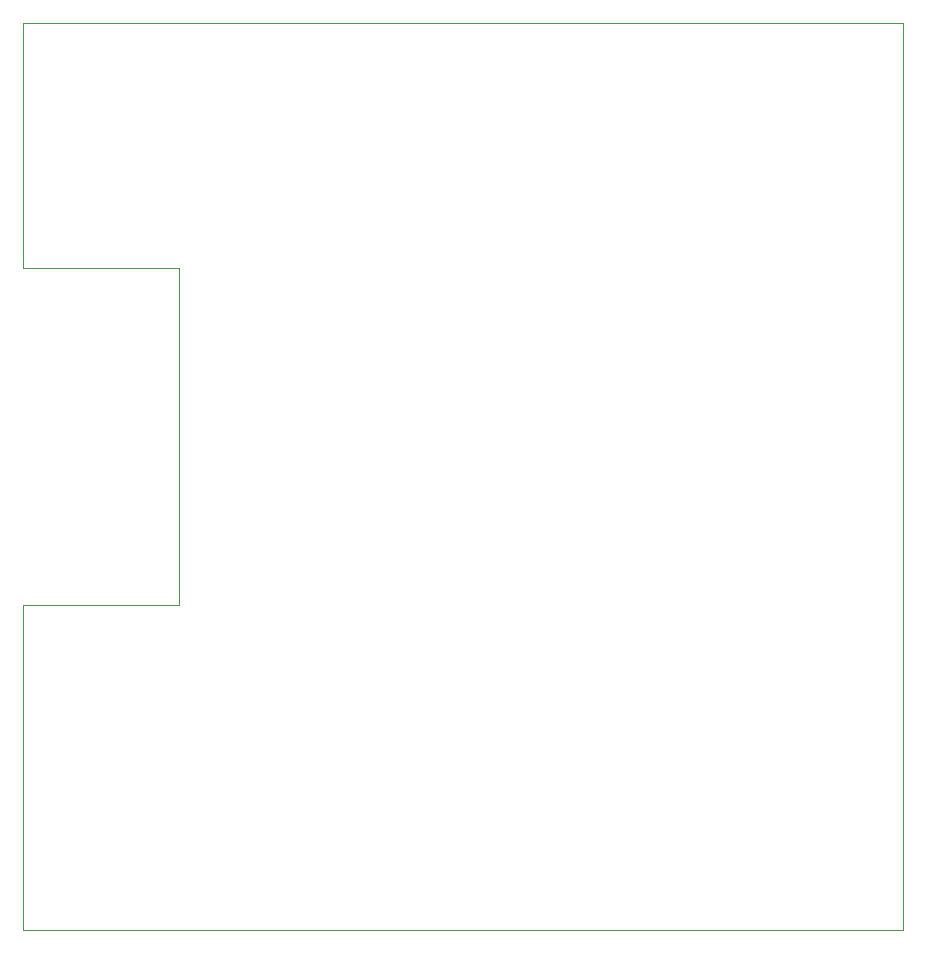
<source format=gbr>
%TF.GenerationSoftware,KiCad,Pcbnew,6.0.5-a6ca702e91~116~ubuntu20.04.1*%
%TF.CreationDate,2022-07-22T15:22:32-05:00*%
%TF.ProjectId,FormulaMixer_PCB-rounded,466f726d-756c-4614-9d69-7865725f5043,rev?*%
%TF.SameCoordinates,Original*%
%TF.FileFunction,Profile,NP*%
%FSLAX46Y46*%
G04 Gerber Fmt 4.6, Leading zero omitted, Abs format (unit mm)*
G04 Created by KiCad (PCBNEW 6.0.5-a6ca702e91~116~ubuntu20.04.1) date 2022-07-22 15:22:32*
%MOMM*%
%LPD*%
G01*
G04 APERTURE LIST*
%TA.AperFunction,Profile*%
%ADD10C,0.100000*%
%TD*%
G04 APERTURE END LIST*
D10*
X125750000Y-119250000D02*
X51250000Y-119250000D01*
X51250000Y-91750000D01*
X64500000Y-91750000D01*
X64500000Y-63250000D01*
X51250000Y-63250000D01*
X51250000Y-42500000D01*
X125750000Y-42500000D01*
X125750000Y-119250000D01*
M02*

</source>
